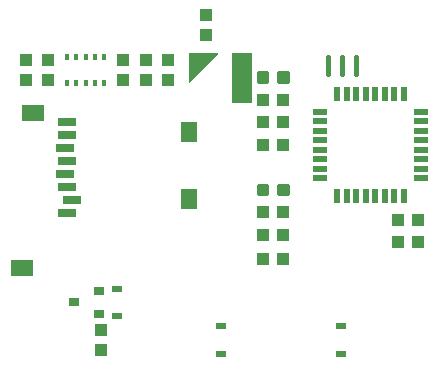
<source format=gtp>
G75*
%MOIN*%
%OFA0B0*%
%FSLAX25Y25*%
%IPPOS*%
%LPD*%
%AMOC8*
5,1,8,0,0,1.08239X$1,22.5*
%
%ADD10R,0.04331X0.03937*%
%ADD11C,0.01181*%
%ADD12C,0.01772*%
%ADD13R,0.02200X0.05000*%
%ADD14R,0.05000X0.02200*%
%ADD15R,0.05512X0.07087*%
%ADD16R,0.07480X0.05512*%
%ADD17R,0.05906X0.03150*%
%ADD18R,0.03937X0.04331*%
%ADD19R,0.01476X0.02362*%
%ADD20C,0.00197*%
%ADD21R,0.06693X0.16535*%
%ADD22R,0.03268X0.02480*%
%ADD23R,0.03543X0.03150*%
D10*
X0255409Y0338400D03*
X0262102Y0338400D03*
X0262102Y0346400D03*
X0255409Y0346400D03*
X0255409Y0353900D03*
X0262102Y0353900D03*
X0262102Y0376400D03*
X0255409Y0376400D03*
X0255409Y0383900D03*
X0262102Y0383900D03*
X0262102Y0391400D03*
X0255409Y0391400D03*
X0300409Y0351400D03*
X0307102Y0351400D03*
X0307102Y0343900D03*
X0300409Y0343900D03*
D11*
X0263586Y0360022D02*
X0263586Y0362778D01*
X0263586Y0360022D02*
X0260830Y0360022D01*
X0260830Y0362778D01*
X0263586Y0362778D01*
X0263586Y0361144D02*
X0260830Y0361144D01*
X0260830Y0362266D02*
X0263586Y0362266D01*
X0256680Y0362778D02*
X0256680Y0360022D01*
X0253924Y0360022D01*
X0253924Y0362778D01*
X0256680Y0362778D01*
X0256680Y0361144D02*
X0253924Y0361144D01*
X0253924Y0362266D02*
X0256680Y0362266D01*
X0253924Y0397522D02*
X0253924Y0400278D01*
X0256680Y0400278D01*
X0256680Y0397522D01*
X0253924Y0397522D01*
X0253924Y0398644D02*
X0256680Y0398644D01*
X0256680Y0399766D02*
X0253924Y0399766D01*
X0260830Y0400278D02*
X0260830Y0397522D01*
X0260830Y0400278D02*
X0263586Y0400278D01*
X0263586Y0397522D01*
X0260830Y0397522D01*
X0260830Y0398644D02*
X0263586Y0398644D01*
X0263586Y0399766D02*
X0260830Y0399766D01*
D12*
X0277031Y0400036D02*
X0277031Y0405764D01*
X0281755Y0405764D02*
X0281755Y0400036D01*
X0286479Y0400036D02*
X0286479Y0405764D01*
D13*
X0286531Y0393300D03*
X0289680Y0393300D03*
X0292830Y0393300D03*
X0295979Y0393300D03*
X0299129Y0393300D03*
X0302279Y0393300D03*
X0283381Y0393300D03*
X0280231Y0393300D03*
X0280231Y0359500D03*
X0283381Y0359500D03*
X0286531Y0359500D03*
X0289680Y0359500D03*
X0292830Y0359500D03*
X0295979Y0359500D03*
X0299129Y0359500D03*
X0302279Y0359500D03*
D14*
X0308155Y0365376D03*
X0308155Y0368526D03*
X0308155Y0371676D03*
X0308155Y0374825D03*
X0308155Y0377975D03*
X0308155Y0381124D03*
X0308155Y0384274D03*
X0308155Y0387424D03*
X0274355Y0387424D03*
X0274355Y0384274D03*
X0274355Y0381124D03*
X0274355Y0377975D03*
X0274355Y0374825D03*
X0274355Y0371676D03*
X0274355Y0368526D03*
X0274355Y0365376D03*
D15*
X0230680Y0358388D03*
X0230680Y0380829D03*
D16*
X0178909Y0387128D03*
X0174972Y0335357D03*
D17*
X0190129Y0353703D03*
X0191704Y0358034D03*
X0190129Y0362365D03*
X0189342Y0366695D03*
X0190129Y0371026D03*
X0189342Y0375357D03*
X0190129Y0379687D03*
X0190129Y0384018D03*
D18*
X0201255Y0308054D03*
X0201255Y0314746D03*
X0208755Y0398054D03*
X0208755Y0404746D03*
X0216255Y0404746D03*
X0216255Y0398054D03*
X0223755Y0398054D03*
X0223755Y0404746D03*
X0236255Y0413054D03*
X0236255Y0419746D03*
X0183755Y0404746D03*
X0183755Y0398054D03*
X0176255Y0398054D03*
X0176255Y0404746D03*
D19*
X0189956Y0405731D03*
X0193105Y0405731D03*
X0196255Y0405731D03*
X0199405Y0405731D03*
X0202554Y0405731D03*
X0202554Y0397069D03*
X0199405Y0397069D03*
X0196255Y0397069D03*
X0193105Y0397069D03*
X0189956Y0397069D03*
D20*
X0230704Y0397502D02*
X0240153Y0406951D01*
X0230704Y0406951D01*
X0230704Y0397502D01*
X0230704Y0397597D02*
X0230799Y0397597D01*
X0230704Y0397793D02*
X0230994Y0397793D01*
X0231190Y0397988D02*
X0230704Y0397988D01*
X0230704Y0398183D02*
X0231385Y0398183D01*
X0231580Y0398379D02*
X0230704Y0398379D01*
X0230704Y0398574D02*
X0231776Y0398574D01*
X0231971Y0398770D02*
X0230704Y0398770D01*
X0230704Y0398965D02*
X0232166Y0398965D01*
X0232362Y0399160D02*
X0230704Y0399160D01*
X0230704Y0399356D02*
X0232557Y0399356D01*
X0232753Y0399551D02*
X0230704Y0399551D01*
X0230704Y0399746D02*
X0232948Y0399746D01*
X0233143Y0399942D02*
X0230704Y0399942D01*
X0230704Y0400137D02*
X0233339Y0400137D01*
X0233534Y0400332D02*
X0230704Y0400332D01*
X0230704Y0400528D02*
X0233729Y0400528D01*
X0233925Y0400723D02*
X0230704Y0400723D01*
X0230704Y0400919D02*
X0234120Y0400919D01*
X0234315Y0401114D02*
X0230704Y0401114D01*
X0230704Y0401309D02*
X0234511Y0401309D01*
X0234706Y0401505D02*
X0230704Y0401505D01*
X0230704Y0401700D02*
X0234901Y0401700D01*
X0235097Y0401895D02*
X0230704Y0401895D01*
X0230704Y0402091D02*
X0235292Y0402091D01*
X0235488Y0402286D02*
X0230704Y0402286D01*
X0230704Y0402481D02*
X0235683Y0402481D01*
X0235878Y0402677D02*
X0230704Y0402677D01*
X0230704Y0402872D02*
X0236074Y0402872D01*
X0236269Y0403067D02*
X0230704Y0403067D01*
X0230704Y0403263D02*
X0236464Y0403263D01*
X0236660Y0403458D02*
X0230704Y0403458D01*
X0230704Y0403654D02*
X0236855Y0403654D01*
X0237050Y0403849D02*
X0230704Y0403849D01*
X0230704Y0404044D02*
X0237246Y0404044D01*
X0237441Y0404240D02*
X0230704Y0404240D01*
X0230704Y0404435D02*
X0237637Y0404435D01*
X0237832Y0404630D02*
X0230704Y0404630D01*
X0230704Y0404826D02*
X0238027Y0404826D01*
X0238223Y0405021D02*
X0230704Y0405021D01*
X0230704Y0405216D02*
X0238418Y0405216D01*
X0238613Y0405412D02*
X0230704Y0405412D01*
X0230704Y0405607D02*
X0238809Y0405607D01*
X0239004Y0405803D02*
X0230704Y0405803D01*
X0230704Y0405998D02*
X0239199Y0405998D01*
X0239395Y0406193D02*
X0230704Y0406193D01*
X0230704Y0406389D02*
X0239590Y0406389D01*
X0239786Y0406584D02*
X0230704Y0406584D01*
X0230704Y0406779D02*
X0239981Y0406779D01*
D21*
X0248539Y0398762D03*
D22*
X0206755Y0328428D03*
X0206755Y0319372D03*
X0241255Y0315928D03*
X0241255Y0306872D03*
X0281255Y0306872D03*
X0281255Y0315928D03*
D23*
X0200692Y0320160D03*
X0200692Y0327640D03*
X0192424Y0323900D03*
M02*

</source>
